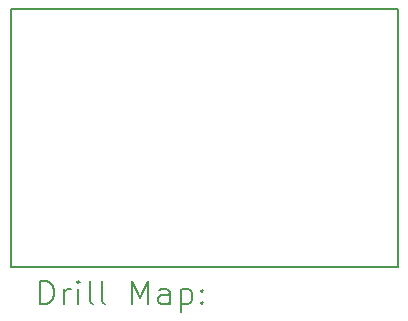
<source format=gbr>
%TF.GenerationSoftware,KiCad,Pcbnew,6.0.11-2627ca5db0~126~ubuntu22.04.1*%
%TF.CreationDate,2023-02-25T21:45:52+01:00*%
%TF.ProjectId,pmod,706d6f64-2e6b-4696-9361-645f70636258,0.7*%
%TF.SameCoordinates,Original*%
%TF.FileFunction,Drillmap*%
%TF.FilePolarity,Positive*%
%FSLAX45Y45*%
G04 Gerber Fmt 4.5, Leading zero omitted, Abs format (unit mm)*
G04 Created by KiCad (PCBNEW 6.0.11-2627ca5db0~126~ubuntu22.04.1) date 2023-02-25 21:45:52*
%MOMM*%
%LPD*%
G01*
G04 APERTURE LIST*
%ADD10C,0.150000*%
%ADD11C,0.200000*%
G04 APERTURE END LIST*
D10*
X13645600Y-6419300D02*
X16922200Y-6419300D01*
X16922200Y-6419300D02*
X16922200Y-8603700D01*
X16922200Y-8603700D02*
X13645600Y-8603700D01*
X13645600Y-8603700D02*
X13645600Y-6419300D01*
D11*
X13895719Y-8921676D02*
X13895719Y-8721676D01*
X13943338Y-8721676D01*
X13971909Y-8731200D01*
X13990957Y-8750248D01*
X14000481Y-8769295D01*
X14010005Y-8807390D01*
X14010005Y-8835962D01*
X14000481Y-8874057D01*
X13990957Y-8893105D01*
X13971909Y-8912152D01*
X13943338Y-8921676D01*
X13895719Y-8921676D01*
X14095719Y-8921676D02*
X14095719Y-8788343D01*
X14095719Y-8826438D02*
X14105243Y-8807390D01*
X14114767Y-8797867D01*
X14133814Y-8788343D01*
X14152862Y-8788343D01*
X14219528Y-8921676D02*
X14219528Y-8788343D01*
X14219528Y-8721676D02*
X14210005Y-8731200D01*
X14219528Y-8740724D01*
X14229052Y-8731200D01*
X14219528Y-8721676D01*
X14219528Y-8740724D01*
X14343338Y-8921676D02*
X14324290Y-8912152D01*
X14314767Y-8893105D01*
X14314767Y-8721676D01*
X14448100Y-8921676D02*
X14429052Y-8912152D01*
X14419528Y-8893105D01*
X14419528Y-8721676D01*
X14676671Y-8921676D02*
X14676671Y-8721676D01*
X14743338Y-8864533D01*
X14810005Y-8721676D01*
X14810005Y-8921676D01*
X14990957Y-8921676D02*
X14990957Y-8816914D01*
X14981433Y-8797867D01*
X14962386Y-8788343D01*
X14924290Y-8788343D01*
X14905243Y-8797867D01*
X14990957Y-8912152D02*
X14971909Y-8921676D01*
X14924290Y-8921676D01*
X14905243Y-8912152D01*
X14895719Y-8893105D01*
X14895719Y-8874057D01*
X14905243Y-8855010D01*
X14924290Y-8845486D01*
X14971909Y-8845486D01*
X14990957Y-8835962D01*
X15086195Y-8788343D02*
X15086195Y-8988343D01*
X15086195Y-8797867D02*
X15105243Y-8788343D01*
X15143338Y-8788343D01*
X15162386Y-8797867D01*
X15171909Y-8807390D01*
X15181433Y-8826438D01*
X15181433Y-8883581D01*
X15171909Y-8902629D01*
X15162386Y-8912152D01*
X15143338Y-8921676D01*
X15105243Y-8921676D01*
X15086195Y-8912152D01*
X15267148Y-8902629D02*
X15276671Y-8912152D01*
X15267148Y-8921676D01*
X15257624Y-8912152D01*
X15267148Y-8902629D01*
X15267148Y-8921676D01*
X15267148Y-8797867D02*
X15276671Y-8807390D01*
X15267148Y-8816914D01*
X15257624Y-8807390D01*
X15267148Y-8797867D01*
X15267148Y-8816914D01*
M02*

</source>
